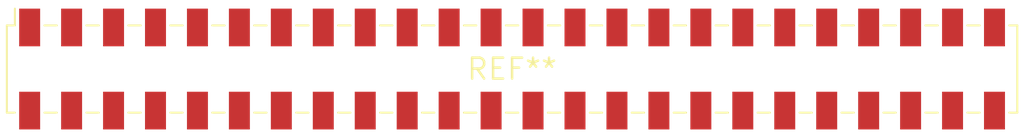
<source format=kicad_pcb>
(kicad_pcb (version 20240108) (generator pcbnew)
  (layers (0 "F.Cu" signal) (31 "B.Cu" signal) (34 "B.Paste" user) (35 "F.Paste" user) (36 "B.SilkS" user "B.Silkscreen") (37 "F.SilkS" user "F.Silkscreen") (38 "B.Mask" user) (39 "F.Mask" user) (44 "Edge.Cuts" user))
  (net 0 "")
  (footprint "Samtec_HLE-124-02-xxx-DV-A_2x24_P2.54mm_Horizontal" (layer "F.Cu") (at 0 0)
    (property "Reference" "REF**")
    (property "Value" "Samtec_HLE-124-02-xxx-DV-A_2x24_P2.54mm_Horizontal")
    (fp_line (start -30.59 -2.65) (end -30.59 2.65) (layer "F.SilkS") (stroke (width 0.12)))
    (fp_line (start -30.59 2.65) (end -30.105 2.65) (layer "F.SilkS") (stroke (width 0.12)))
    (fp_line (start -30.105 -3.67) (end -30.105 -2.65) (layer "F.SilkS") (stroke (width 0.12)))
    (fp_line (start -30.105 -2.65) (end -30.59 -2.65) (layer "F.SilkS") (stroke (width 0.12)))
    (fp_line (start -28.315 -2.65) (end -27.565 -2.65) (layer "F.SilkS") (stroke (width 0.12)))
    (fp_line (start -28.315 2.65) (end -27.565 2.65) (layer "F.SilkS") (stroke (width 0.12)))
    (fp_line (start -25.775 -2.65) (end -25.025 -2.65) (layer "F.SilkS") (stroke (width 0.12)))
    (fp_line (start -25.775 2.65) (end -25.025 2.65) (layer "F.SilkS") (stroke (width 0.12)))
    (fp_line (start -23.235 -2.65) (end -22.485 -2.65) (layer "F.SilkS") (stroke (width 0.12)))
    (fp_line (start -23.235 2.65) (end -22.485 2.65) (layer "F.SilkS") (stroke (width 0.12)))
    (fp_line (start -20.695 -2.65) (end -19.945 -2.65) (layer "F.SilkS") (stroke (width 0.12)))
    (fp_line (start -20.695 2.65) (end -19.945 2.65) (layer "F.SilkS") (stroke (width 0.12)))
    (fp_line (start -18.155 -2.65) (end -17.405 -2.65) (layer "F.SilkS") (stroke (width 0.12)))
    (fp_line (start -18.155 2.65) (end -17.405 2.65) (layer "F.SilkS") (stroke (width 0.12)))
    (fp_line (start -15.615 -2.65) (end -14.865 -2.65) (layer "F.SilkS") (stroke (width 0.12)))
    (fp_line (start -15.615 2.65) (end -14.865 2.65) (layer "F.SilkS") (stroke (width 0.12)))
    (fp_line (start -13.075 -2.65) (end -12.325 -2.65) (layer "F.SilkS") (stroke (width 0.12)))
    (fp_line (start -13.075 2.65) (end -12.325 2.65) (layer "F.SilkS") (stroke (width 0.12)))
    (fp_line (start -10.535 -2.65) (end -9.785 -2.65) (layer "F.SilkS") (stroke (width 0.12)))
    (fp_line (start -10.535 2.65) (end -9.785 2.65) (layer "F.SilkS") (stroke (width 0.12)))
    (fp_line (start -7.995 -2.65) (end -7.245 -2.65) (layer "F.SilkS") (stroke (width 0.12)))
    (fp_line (start -7.995 2.65) (end -7.245 2.65) (layer "F.SilkS") (stroke (width 0.12)))
    (fp_line (start -5.455 -2.65) (end -4.705 -2.65) (layer "F.SilkS") (stroke (width 0.12)))
    (fp_line (start -5.455 2.65) (end -4.705 2.65) (layer "F.SilkS") (stroke (width 0.12)))
    (fp_line (start -2.915 -2.65) (end -2.165 -2.65) (layer "F.SilkS") (stroke (width 0.12)))
    (fp_line (start -2.915 2.65) (end -2.165 2.65) (layer "F.SilkS") (stroke (width 0.12)))
    (fp_line (start -0.375 -2.65) (end 0.375 -2.65) (layer "F.SilkS") (stroke (width 0.12)))
    (fp_line (start -0.375 2.65) (end 0.375 2.65) (layer "F.SilkS") (stroke (width 0.12)))
    (fp_line (start 2.165 -2.65) (end 2.915 -2.65) (layer "F.SilkS") (stroke (width 0.12)))
    (fp_line (start 2.165 2.65) (end 2.915 2.65) (layer "F.SilkS") (stroke (width 0.12)))
    (fp_line (start 4.705 -2.65) (end 5.455 -2.65) (layer "F.SilkS") (stroke (width 0.12)))
    (fp_line (start 4.705 2.65) (end 5.455 2.65) (layer "F.SilkS") (stroke (width 0.12)))
    (fp_line (start 7.245 -2.65) (end 7.995 -2.65) (layer "F.SilkS") (stroke (width 0.12)))
    (fp_line (start 7.245 2.65) (end 7.995 2.65) (layer "F.SilkS") (stroke (width 0.12)))
    (fp_line (start 9.785 -2.65) (end 10.535 -2.65) (layer "F.SilkS") (stroke (width 0.12)))
    (fp_line (start 9.785 2.65) (end 10.535 2.65) (layer "F.SilkS") (stroke (width 0.12)))
    (fp_line (start 12.325 -2.65) (end 13.075 -2.65) (layer "F.SilkS") (stroke (width 0.12)))
    (fp_line (start 12.325 2.65) (end 13.075 2.65) (layer "F.SilkS") (stroke (width 0.12)))
    (fp_line (start 14.865 -2.65) (end 15.615 -2.65) (layer "F.SilkS") (stroke (width 0.12)))
    (fp_line (start 14.865 2.65) (end 15.615 2.65) (layer "F.SilkS") (stroke (width 0.12)))
    (fp_line (start 17.405 -2.65) (end 18.155 -2.65) (layer "F.SilkS") (stroke (width 0.12)))
    (fp_line (start 17.405 2.65) (end 18.155 2.65) (layer "F.SilkS") (stroke (width 0.12)))
    (fp_line (start 19.945 -2.65) (end 20.695 -2.65) (layer "F.SilkS") (stroke (width 0.12)))
    (fp_line (start 19.945 2.65) (end 20.695 2.65) (layer "F.SilkS") (stroke (width 0.12)))
    (fp_line (start 22.485 -2.65) (end 23.235 -2.65) (layer "F.SilkS") (stroke (width 0.12)))
    (fp_line (start 22.485 2.65) (end 23.235 2.65) (layer "F.SilkS") (stroke (width 0.12)))
    (fp_line (start 25.025 -2.65) (end 25.775 -2.65) (layer "F.SilkS") (stroke (width 0.12)))
    (fp_line (start 25.025 2.65) (end 25.775 2.65) (layer "F.SilkS") (stroke (width 0.12)))
    (fp_line (start 27.565 -2.65) (end 28.315 -2.65) (layer "F.SilkS") (stroke (width 0.12)))
    (fp_line (start 27.565 2.65) (end 28.315 2.65) (layer "F.SilkS") (stroke (width 0.12)))
    (fp_line (start 30.105 -2.65) (end 30.59 -2.65) (layer "F.SilkS") (stroke (width 0.12)))
    (fp_line (start 30.59 -2.65) (end 30.59 2.65) (layer "F.SilkS") (stroke (width 0.12)))
    (fp_line (start 30.59 2.65) (end 30.105 2.65) (layer "F.SilkS") (stroke (width 0.12)))
    (pad "" np_thru_hole circle (at -27.94 0) (size 1.78 1.78) (drill 1.78) (layers *.Cu *.Mask))
    (pad "" np_thru_hole circle (at 27.94 0) (size 1.78 1.78) (drill 1.78) (layers *.Cu *.Mask))
    (pad "1" smd rect (at -29.21 -2.525) (size 1.27 2.29) (layers "F.Cu" "F.Paste" "F.Mask"))
    (pad "2" smd rect (at -29.21 2.525) (size 1.27 2.29) (layers "F.Cu" "F.Paste" "F.Mask"))
    (pad "3" smd rect (at -26.67 -2.525) (size 1.27 2.29) (layers "F.Cu" "F.Paste" "F.Mask"))
    (pad "4" smd rect (at -26.67 2.525) (size 1.27 2.29) (layers "F.Cu" "F.Paste" "F.Mask"))
    (pad "5" smd rect (at -24.13 -2.525) (size 1.27 2.29) (layers "F.Cu" "F.Paste" "F.Mask"))
    (pad "6" smd rect (at -24.13 2.525) (size 1.27 2.29) (layers "F.Cu" "F.Paste" "F.Mask"))
    (pad "7" smd rect (at -21.59 -2.525) (size 1.27 2.29) (layers "F.Cu" "F.Paste" "F.Mask"))
    (pad "8" smd rect (at -21.59 2.525) (size 1.27 2.29) (layers "F.Cu" "F.Paste" "F.Mask"))
    (pad "9" smd rect (at -19.05 -2.525) (size 1.27 2.29) (layers "F.Cu" "F.Paste" "F.Mask"))
    (pad "10" smd rect (at -19.05 2.525) (size 1.27 2.29) (layers "F.Cu" "F.Paste" "F.Mask"))
    (pad "11" smd rect (at -16.51 -2.525) (size 1.27 2.29) (layers "F.Cu" "F.Paste" "F.Mask"))
    (pad "12" smd rect (at -16.51 2.525) (size 1.27 2.29) (layers "F.Cu" "F.Paste" "F.Mask"))
    (pad "13" smd rect (at -13.97 -2.525) (size 1.27 2.29) (layers "F.Cu" "F.Paste" "F.Mask"))
    (pad "14" smd rect (at -13.97 2.525) (size 1.27 2.29) (layers "F.Cu" "F.Paste" "F.Mask"))
    (pad "15" smd rect (at -11.43 -2.525) (size 1.27 2.29) (layers "F.Cu" "F.Paste" "F.Mask"))
    (pad "16" smd rect (at -11.43 2.525) (size 1.27 2.29) (layers "F.Cu" "F.Paste" "F.Mask"))
    (pad "17" smd rect (at -8.89 -2.525) (size 1.27 2.29) (layers "F.Cu" "F.Paste" "F.Mask"))
    (pad "18" smd rect (at -8.89 2.525) (size 1.27 2.29) (layers "F.Cu" "F.Paste" "F.Mask"))
    (pad "19" smd rect (at -6.35 -2.525) (size 1.27 2.29) (layers "F.Cu" "F.Paste" "F.Mask"))
    (pad "20" smd rect (at -6.35 2.525) (size 1.27 2.29) (layers "F.Cu" "F.Paste" "F.Mask"))
    (pad "21" smd rect (at -3.81 -2.525) (size 1.27 2.29) (layers "F.Cu" "F.Paste" "F.Mask"))
    (pad "22" smd rect (at -3.81 2.525) (size 1.27 2.29) (layers "F.Cu" "F.Paste" "F.Mask"))
    (pad "23" smd rect (at -1.27 -2.525) (size 1.27 2.29) (layers "F.Cu" "F.Paste" "F.Mask"))
    (pad "24" smd rect (at -1.27 2.525) (size 1.27 2.29) (layers "F.Cu" "F.Paste" "F.Mask"))
    (pad "25" smd rect (at 1.27 -2.525) (size 1.27 2.29) (layers "F.Cu" "F.Paste" "F.Mask"))
    (pad "26" smd rect (at 1.27 2.525) (size 1.27 2.29) (layers "F.Cu" "F.Paste" "F.Mask"))
    (pad "27" smd rect (at 3.81 -2.525) (size 1.27 2.29) (layers "F.Cu" "F.Paste" "F.Mask"))
    (pad "28" smd rect (at 3.81 2.525) (size 1.27 2.29) (layers "F.Cu" "F.Paste" "F.Mask"))
    (pad "29" smd rect (at 6.35 -2.525) (size 1.27 2.29) (layers "F.Cu" "F.Paste" "F.Mask"))
    (pad "30" smd rect (at 6.35 2.525) (size 1.27 2.29) (layers "F.Cu" "F.Paste" "F.Mask"))
    (pad "31" smd rect (at 8.89 -2.525) (size 1.27 2.29) (layers "F.Cu" "F.Paste" "F.Mask"))
    (pad "32" smd rect (at 8.89 2.525) (size 1.27 2.29) (layers "F.Cu" "F.Paste" "F.Mask"))
    (pad "33" smd rect (at 11.43 -2.525) (size 1.27 2.29) (layers "F.Cu" "F.Paste" "F.Mask"))
    (pad "34" smd rect (at 11.43 2.525) (size 1.27 2.29) (layers "F.Cu" "F.Paste" "F.Mask"))
    (pad "35" smd rect (at 13.97 -2.525) (size 1.27 2.29) (layers "F.Cu" "F.Paste" "F.Mask"))
    (pad "36" smd rect (at 13.97 2.525) (size 1.27 2.29) (layers "F.Cu" "F.Paste" "F.Mask"))
    (pad "37" smd rect (at 16.51 -2.525) (size 1.27 2.29) (layers "F.Cu" "F.Paste" "F.Mask"))
    (pad "38" smd rect (at 16.51 2.525) (size 1.27 2.29) (layers "F.Cu" "F.Paste" "F.Mask"))
    (pad "39" smd rect (at 19.05 -2.525) (size 1.27 2.29) (layers "F.Cu" "F.Paste" "F.Mask"))
    (pad "40" smd rect (at 19.05 2.525) (size 1.27 2.29) (layers "F.Cu" "F.Paste" "F.Mask"))
    (pad "41" smd rect (at 21.59 -2.525) (size 1.27 2.29) (layers "F.Cu" "F.Paste" "F.Mask"))
    (pad "42" smd rect (at 21.59 2.525) (size 1.27 2.29) (layers "F.Cu" "F.Paste" "F.Mask"))
    (pad "43" smd rect (at 24.13 -2.525) (size 1.27 2.29) (layers "F.Cu" "F.Paste" "F.Mask"))
    (pad "44" smd rect (at 24.13 2.525) (size 1.27 2.29) (layers "F.Cu" "F.Paste" "F.Mask"))
    (pad "45" smd rect (at 26.67 -2.525) (size 1.27 2.29) (layers "F.Cu" "F.Paste" "F.Mask"))
    (pad "46" smd rect (at 26.67 2.525) (size 1.27 2.29) (layers "F.Cu" "F.Paste" "F.Mask"))
    (pad "47" smd rect (at 29.21 -2.525) (size 1.27 2.29) (layers "F.Cu" "F.Paste" "F.Mask"))
    (pad "48" smd rect (at 29.21 2.525) (size 1.27 2.29) (layers "F.Cu" "F.Paste" "F.Mask"))
  )
)
</source>
